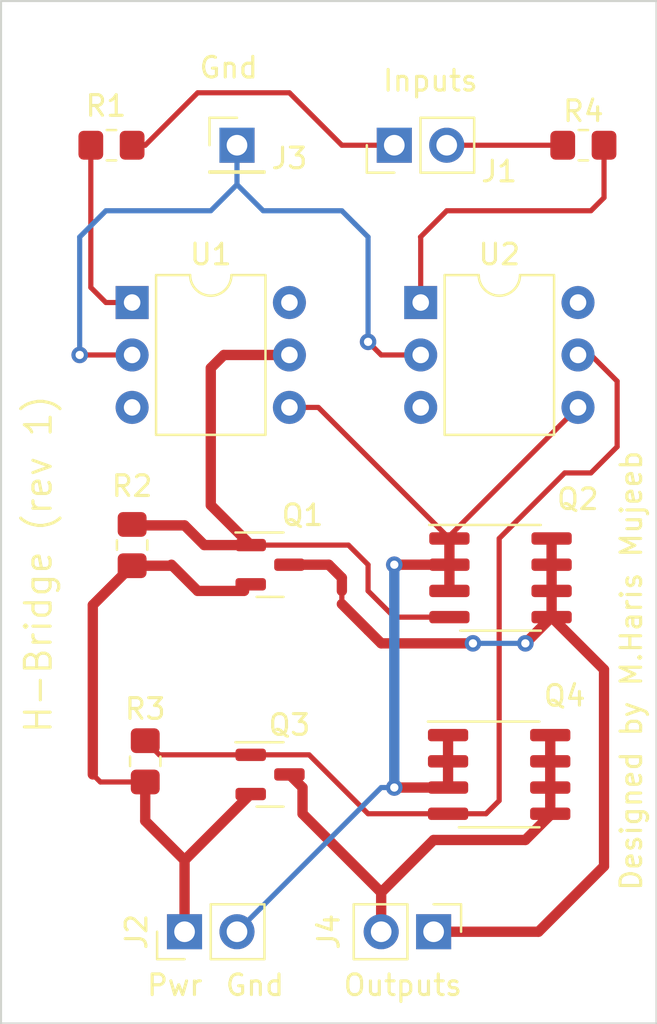
<source format=kicad_pcb>
(kicad_pcb (version 20221018) (generator pcbnew)
  (layers (0 "F.Cu" signal) (31 "B.Cu" signal) (34 "B.Paste" user) (35 "F.Paste" user) (36 "B.SilkS" user "B.Silkscreen") (37 "F.SilkS" user "F.Silkscreen") (38 "B.Mask" user) (39 "F.Mask" user) (44 "Edge.Cuts" user))
  (net 0 "")
  (net 1 "Net-(Q1-G)")
  (net 2 "Vm")
  (net 3 "MO1")
  (net 4 "Net-(Q3-G)")
  (net 5 "MO2")
  (net 6 "GNDm")
  (net 7 "Net-(R1-Pad2)")
  (net 8 "GND")
  (net 11 "Net-(R4-Pad2)")
  (net 14 "IN1")
  (net 15 "IN2")
  (footprint "Package_TO_SOT_SMD:SOT-23" (layer "F.Cu") (at 87.9625 78.74)
    (fp_text reference "Q1" (at 1.5725 -2.4) (layer "F.SilkS"))
    (fp_text value "AO3401A")
    (fp_line (start 0 -1.56) (end -1.675 -1.56) (stroke (width 0.12)) (layer "F.SilkS"))
    (fp_line (start 0 -1.56) (end 0.65 -1.56) (stroke (width 0.12)) (layer "F.SilkS"))
    (fp_line (start 0 1.56) (end -0.65 1.56) (stroke (width 0.12)) (layer "F.SilkS"))
    (fp_line (start 0 1.56) (end 0.65 1.56) (stroke (width 0.12)) (layer "F.SilkS"))
    (pad "1" smd roundrect (at -0.9375 -0.95) (size 1.475 0.6) (layers "F.Cu" "F.Paste" "F.Mask") (net 1 "Net-(Q1-G)"))
    (pad "2" smd roundrect (at -0.9375 0.95) (size 1.475 0.6) (layers "F.Cu" "F.Paste" "F.Mask") (net 2 "Vm"))
    (pad "3" smd roundrect (at 0.9375 0) (size 1.475 0.6) (layers "F.Cu" "F.Paste" "F.Mask") (net 3 "MO1"))
  )
  (footprint "Package_SO:SOIC-8_3.9x4.9mm_P1.27mm" (layer "F.Cu") (at 99.125 79.375)
    (fp_text reference "Q2" (at 3.745 -3.81) (layer "F.SilkS"))
    (fp_text value "FDS6630A")
    (fp_line (start 0 -2.56) (end -3.45 -2.56) (stroke (width 0.12)) (layer "F.SilkS"))
    (fp_line (start 0 -2.56) (end 1.95 -2.56) (stroke (width 0.12)) (layer "F.SilkS"))
    (fp_line (start 0 2.56) (end -1.95 2.56) (stroke (width 0.12)) (layer "F.SilkS"))
    (fp_line (start 0 2.56) (end 1.95 2.56) (stroke (width 0.12)) (layer "F.SilkS"))
    (pad "1" smd roundrect (at -2.475 -1.905) (size 1.95 0.6) (layers "F.Cu" "F.Paste" "F.Mask") (net 6 "GNDm"))
    (pad "2" smd roundrect (at -2.475 -0.635) (size 1.95 0.6) (layers "F.Cu" "F.Paste" "F.Mask") (net 6 "GNDm"))
    (pad "3" smd roundrect (at -2.475 0.635) (size 1.95 0.6) (layers "F.Cu" "F.Paste" "F.Mask") (net 6 "GNDm"))
    (pad "4" smd roundrect (at -2.475 1.905) (size 1.95 0.6) (layers "F.Cu" "F.Paste" "F.Mask") (net 1 "Net-(Q1-G)"))
    (pad "5" smd roundrect (at 2.475 1.905) (size 1.95 0.6) (layers "F.Cu" "F.Paste" "F.Mask") (net 3 "MO1"))
    (pad "6" smd roundrect (at 2.475 0.635) (size 1.95 0.6) (layers "F.Cu" "F.Paste" "F.Mask") (net 3 "MO1"))
    (pad "7" smd roundrect (at 2.475 -0.635) (size 1.95 0.6) (layers "F.Cu" "F.Paste" "F.Mask") (net 3 "MO1"))
    (pad "8" smd roundrect (at 2.475 -1.905) (size 1.95 0.6) (layers "F.Cu" "F.Paste" "F.Mask") (net 3 "MO1"))
  )
  (footprint "Connector_PinHeader_2.54mm:PinHeader_1x02_P2.54mm_Vertical" (layer "F.Cu") (at 83.82 96.52 90)
    (fp_text reference "J2" (at 0 -2.33 90) (layer "F.SilkS"))
    (fp_text value "Conn_01x02_Pin" hide)
    (fp_line (start -1.33 -1.33) (end 0 -1.33) (stroke (width 0.12)) (layer "F.SilkS"))
    (fp_line (start -1.33 0) (end -1.33 -1.33) (stroke (width 0.12)) (layer "F.SilkS"))
    (fp_line (start -1.33 1.27) (end -1.33 3.87) (stroke (width 0.12)) (layer "F.SilkS"))
    (fp_line (start -1.33 1.27) (end 1.33 1.27) (stroke (width 0.12)) (layer "F.SilkS"))
    (fp_line (start -1.33 3.87) (end 1.33 3.87) (stroke (width 0.12)) (layer "F.SilkS"))
    (fp_line (start 1.33 1.27) (end 1.33 3.87) (stroke (width 0.12)) (layer "F.SilkS"))
    (pad "1" thru_hole rect (at 0 0 90) (size 1.7 1.7) (drill 1) (layers "*.Cu" "*.Mask") (net 2 "Vm"))
    (pad "2" thru_hole oval (at 0 2.54 90) (size 1.7 1.7) (drill 1) (layers "*.Cu" "*.Mask") (net 6 "GNDm"))
  )
  (footprint "MountingHole:MountingHole_2mm" (layer "F.Cu") (at 104.14 53.975)
    (fp_text reference "REF**" hide)
    (fp_text value "MountingHole_2mm" hide)
    (pad "" np_thru_hole circle (at 0 0) (size 2 2) (drill 2) (layers "*.Cu" "*.Mask"))
  )
  (footprint "Package_DIP:DIP-6_W7.62mm" (layer "F.Cu") (at 81.28 66.04)
    (fp_text reference "U1" (at 3.81 -2.33) (layer "F.SilkS"))
    (fp_text value "4N25")
    (fp_line (start 1.16 -1.33) (end 1.16 6.41) (stroke (width 0.12)) (layer "F.SilkS"))
    (fp_line (start 1.16 6.41) (end 6.46 6.41) (stroke (width 0.12)) (layer "F.SilkS"))
    (fp_line (start 2.81 -1.33) (end 1.16 -1.33) (stroke (width 0.12)) (layer "F.SilkS"))
    (fp_line (start 6.46 -1.33) (end 4.81 -1.33) (stroke (width 0.12)) (layer "F.SilkS"))
    (fp_line (start 6.46 6.41) (end 6.46 -1.33) (stroke (width 0.12)) (layer "F.SilkS"))
    (fp_arc (start 4.81 -1.33) (mid 3.81 -0.33) (end 2.81 -1.33) (stroke (width 0.12)) (layer "F.SilkS"))
    (pad "1" thru_hole rect (at 0 0) (size 1.6 1.6) (drill 0.8) (layers "*.Cu" "*.Mask") (net 7 "Net-(R1-Pad2)"))
    (pad "2" thru_hole oval (at 0 2.54) (size 1.6 1.6) (drill 0.8) (layers "*.Cu" "*.Mask") (net 8 "GND"))
    (pad "3" thru_hole oval (at 0 5.08) (size 1.6 1.6) (drill 0.8) (layers "*.Cu" "*.Mask"))
    (pad "4" thru_hole oval (at 7.62 5.08) (size 1.6 1.6) (drill 0.8) (layers "*.Cu" "*.Mask") (net 6 "GNDm"))
    (pad "5" thru_hole oval (at 7.62 2.54) (size 1.6 1.6) (drill 0.8) (layers "*.Cu" "*.Mask") (net 1 "Net-(Q1-G)"))
    (pad "6" thru_hole oval (at 7.62 0) (size 1.6 1.6) (drill 0.8) (layers "*.Cu" "*.Mask"))
  )
  (footprint "Connector_PinHeader_2.54mm:PinHeader_1x01_P2.54mm_Vertical" (layer "F.Cu") (at 86.36 58.42)
    (fp_text reference "J3" (at 2.54 0.635 180) (layer "F.SilkS"))
    (fp_text value "Conn_01x01_Pin" hide)
    (fp_line (start -1.33 -1.33) (end 0 -1.33) (stroke (width 0.12)) (layer "F.SilkS"))
    (fp_line (start -1.33 0) (end -1.33 -1.33) (stroke (width 0.12)) (layer "F.SilkS"))
    (fp_line (start -1.33 1.27) (end -1.33 1.33) (stroke (width 0.12)) (layer "F.SilkS"))
    (fp_line (start -1.33 1.27) (end 1.33 1.27) (stroke (width 0.12)) (layer "F.SilkS"))
    (fp_line (start -1.33 1.33) (end 1.33 1.33) (stroke (width 0.12)) (layer "F.SilkS"))
    (fp_line (start 1.33 1.27) (end 1.33 1.33) (stroke (width 0.12)) (layer "F.SilkS"))
    (pad "1" thru_hole rect (at 0 0) (size 1.7 1.7) (drill 1) (layers "*.Cu" "*.Mask") (net 8 "GND"))
  )
  (footprint "Connector_PinHeader_2.54mm:PinHeader_1x02_P2.54mm_Vertical" (layer "F.Cu") (at 93.98 58.42 90)
    (fp_text reference "J1" (at -1.27 5.08 180) (layer "F.SilkS"))
    (fp_text value "Conn_01x02_Pin" hide)
    (fp_line (start -1.33 -1.33) (end 0 -1.33) (stroke (width 0.12)) (layer "F.SilkS"))
    (fp_line (start -1.33 0) (end -1.33 -1.33) (stroke (width 0.12)) (layer "F.SilkS"))
    (fp_line (start -1.33 1.27) (end -1.33 3.87) (stroke (width 0.12)) (layer "F.SilkS"))
    (fp_line (start -1.33 1.27) (end 1.33 1.27) (stroke (width 0.12)) (layer "F.SilkS"))
    (fp_line (start -1.33 3.87) (end 1.33 3.87) (stroke (width 0.12)) (layer "F.SilkS"))
    (fp_line (start 1.33 1.27) (end 1.33 3.87) (stroke (width 0.12)) (layer "F.SilkS"))
    (pad "1" thru_hole rect (at 0 0 90) (size 1.7 1.7) (drill 1) (layers "*.Cu" "*.Mask") (net 14 "IN1"))
    (pad "2" thru_hole oval (at 0 2.54 90) (size 1.7 1.7) (drill 1) (layers "*.Cu" "*.Mask") (net 15 "IN2"))
  )
  (footprint "MountingHole:MountingHole_2mm" (layer "F.Cu") (at 77.47 98.425)
    (fp_text reference "REF**" hide)
    (fp_text value "MountingHole_2mm" hide)
    (pad "" np_thru_hole circle (at 0 0) (size 2 2) (drill 2) (layers "*.Cu" "*.Mask"))
  )
  (footprint "Resistor_SMD:R_0805_2012Metric_Pad1.20x1.40mm_HandSolder" (layer "F.Cu") (at 81.28 77.79 90)
    (fp_text reference "R2" (at 2.86 0 180) (layer "F.SilkS"))
    (fp_text value "R")
    (fp_line (start -0.227064 -0.735) (end 0.227064 -0.735) (stroke (width 0.12)) (layer "F.SilkS"))
    (fp_line (start -0.227064 0.735) (end 0.227064 0.735) (stroke (width 0.12)) (layer "F.SilkS"))
    (pad "1" smd roundrect (at -1 0 90) (size 1.2 1.4) (layers "F.Cu" "F.Paste" "F.Mask") (roundrect_rratio 0.208333) (net 2 "Vm"))
    (pad "2" smd roundrect (at 1 0 90) (size 1.2 1.4) (layers "F.Cu" "F.Paste" "F.Mask") (roundrect_rratio 0.208333) (net 1 "Net-(Q1-G)"))
  )
  (footprint "Package_DIP:DIP-6_W7.62mm" (layer "F.Cu") (at 95.26 66.04)
    (fp_text reference "U2" (at 3.81 -2.33) (layer "F.SilkS"))
    (fp_text value "4N25")
    (fp_line (start 1.16 -1.33) (end 1.16 6.41) (stroke (width 0.12)) (layer "F.SilkS"))
    (fp_line (start 1.16 6.41) (end 6.46 6.41) (stroke (width 0.12)) (layer "F.SilkS"))
    (fp_line (start 2.81 -1.33) (end 1.16 -1.33) (stroke (width 0.12)) (layer "F.SilkS"))
    (fp_line (start 6.46 -1.33) (end 4.81 -1.33) (stroke (width 0.12)) (layer "F.SilkS"))
    (fp_line (start 6.46 6.41) (end 6.46 -1.33) (stroke (width 0.12)) (layer "F.SilkS"))
    (fp_arc (start 4.81 -1.33) (mid 3.81 -0.33) (end 2.81 -1.33) (stroke (width 0.12)) (layer "F.SilkS"))
    (pad "1" thru_hole rect (at 0 0) (size 1.6 1.6) (drill 0.8) (layers "*.Cu" "*.Mask") (net 11 "Net-(R4-Pad2)"))
    (pad "2" thru_hole oval (at 0 2.54) (size 1.6 1.6) (drill 0.8) (layers "*.Cu" "*.Mask") (net 8 "GND"))
    (pad "3" thru_hole oval (at 0 5.08) (size 1.6 1.6) (drill 0.8) (layers "*.Cu" "*.Mask"))
    (pad "4" thru_hole oval (at 7.62 5.08) (size 1.6 1.6) (drill 0.8) (layers "*.Cu" "*.Mask") (net 6 "GNDm"))
    (pad "5" thru_hole oval (at 7.62 2.54) (size 1.6 1.6) (drill 0.8) (layers "*.Cu" "*.Mask") (net 4 "Net-(Q3-G)"))
    (pad "6" thru_hole oval (at 7.62 0) (size 1.6 1.6) (drill 0.8) (layers "*.Cu" "*.Mask"))
  )
  (footprint "Package_TO_SOT_SMD:SOT-23" (layer "F.Cu") (at 87.9625 88.9)
    (fp_text reference "Q3" (at 0.9375 -2.4) (layer "F.SilkS"))
    (fp_text value "AO3401A")
    (fp_line (start 0 -1.56) (end -1.675 -1.56) (stroke (width 0.12)) (layer "F.SilkS"))
    (fp_line (start 0 -1.56) (end 0.65 -1.56) (stroke (width 0.12)) (layer "F.SilkS"))
    (fp_line (start 0 1.56) (end -0.65 1.56) (stroke (width 0.12)) (layer "F.SilkS"))
    (fp_line (start 0 1.56) (end 0.65 1.56) (stroke (width 0.12)) (layer "F.SilkS"))
    (pad "1" smd roundrect (at -0.9375 -0.95) (size 1.475 0.6) (layers "F.Cu" "F.Paste" "F.Mask") (net 4 "Net-(Q3-G)"))
    (pad "2" smd roundrect (at -0.9375 0.95) (size 1.475 0.6) (layers "F.Cu" "F.Paste" "F.Mask") (net 2 "Vm"))
    (pad "3" smd roundrect (at 0.9375 0) (size 1.475 0.6) (layers "F.Cu" "F.Paste" "F.Mask") (net 5 "MO2"))
  )
  (footprint "Resistor_SMD:R_0805_2012Metric_Pad1.20x1.40mm_HandSolder" (layer "F.Cu") (at 81.915 88.265 90)
    (fp_text reference "R3" (at 2.54 0 180) (layer "F.SilkS"))
    (fp_text value "R")
    (fp_line (start -0.227064 -0.735) (end 0.227064 -0.735) (stroke (width 0.12)) (layer "F.SilkS"))
    (fp_line (start -0.227064 0.735) (end 0.227064 0.735) (stroke (width 0.12)) (layer "F.SilkS"))
    (pad "1" smd roundrect (at -1 0 90) (size 1.2 1.4) (layers "F.Cu" "F.Paste" "F.Mask") (roundrect_rratio 0.208333) (net 2 "Vm"))
    (pad "2" smd roundrect (at 1 0 90) (size 1.2 1.4) (layers "F.Cu" "F.Paste" "F.Mask") (roundrect_rratio 0.208333) (net 4 "Net-(Q3-G)"))
  )
  (footprint "Connector_PinHeader_2.54mm:PinHeader_1x02_P2.54mm_Vertical" (layer "F.Cu") (at 95.885 96.52 -90)
    (fp_text reference "J4" (at 0 5.08 90) (layer "F.SilkS"))
    (fp_text value "Conn_01x02_Pin" hide)
    (fp_line (start -1.33 -1.33) (end 0 -1.33) (stroke (width 0.12)) (layer "F.SilkS"))
    (fp_line (start -1.33 0) (end -1.33 -1.33) (stroke (width 0.12)) (layer "F.SilkS"))
    (fp_line (start -1.33 1.27) (end -1.33 3.87) (stroke (width 0.12)) (layer "F.SilkS"))
    (fp_line (start -1.33 1.27) (end 1.33 1.27) (stroke (width 0.12)) (layer "F.SilkS"))
    (fp_line (start -1.33 3.87) (end 1.33 3.87) (stroke (width 0.12)) (layer "F.SilkS"))
    (fp_line (start 1.33 1.27) (end 1.33 3.87) (stroke (width 0.12)) (layer "F.SilkS"))
    (pad "1" thru_hole rect (at 0 0 270) (size 1.7 1.7) (drill 1) (layers "*.Cu" "*.Mask") (net 3 "MO1"))
    (pad "2" thru_hole oval (at 0 2.54 270) (size 1.7 1.7) (drill 1) (layers "*.Cu" "*.Mask") (net 5 "MO2"))
  )
  (footprint "MountingHole:MountingHole_2mm" (layer "F.Cu") (at 77.47 53.975)
    (fp_text reference "REF**" hide)
    (fp_text value "MountingHole_2mm" hide)
    (pad "" np_thru_hole circle (at 0 0) (size 2 2) (drill 2) (layers "*.Cu" "*.Mask"))
  )
  (footprint "Package_SO:SOIC-8_3.9x4.9mm_P1.27mm" (layer "F.Cu") (at 99.06 88.9)
    (fp_text reference "Q4" (at 3.175 -3.81) (layer "F.SilkS"))
    (fp_text value "FDS6630A")
    (fp_line (start 0 -2.56) (end -3.45 -2.56) (stroke (width 0.12)) (layer "F.SilkS"))
    (fp_line (start 0 -2.56) (end 1.95 -2.56) (stroke (width 0.12)) (layer "F.SilkS"))
    (fp_line (start 0 2.56) (end -1.95 2.56) (stroke (width 0.12)) (layer "F.SilkS"))
    (fp_line (start 0 2.56) (end 1.95 2.56) (stroke (width 0.12)) (layer "F.SilkS"))
    (pad "1" smd roundrect (at -2.475 -1.905) (size 1.95 0.6) (layers "F.Cu" "F.Paste" "F.Mask") (net 6 "GNDm"))
    (pad "2" smd roundrect (at -2.475 -0.635) (size 1.95 0.6) (layers "F.Cu" "F.Paste" "F.Mask") (net 6 "GNDm"))
    (pad "3" smd roundrect (at -2.475 0.635) (size 1.95 0.6) (layers "F.Cu" "F.Paste" "F.Mask") (net 6 "GNDm"))
    (pad "4" smd roundrect (at -2.475 1.905) (size 1.95 0.6) (layers "F.Cu" "F.Paste" "F.Mask") (net 4 "Net-(Q3-G)"))
    (pad "5" smd roundrect (at 2.475 1.905) (size 1.95 0.6) (layers "F.Cu" "F.Paste" "F.Mask") (net 5 "MO2"))
    (pad "6" smd roundrect (at 2.475 0.635) (size 1.95 0.6) (layers "F.Cu" "F.Paste" "F.Mask") (net 5 "MO2"))
    (pad "7" smd roundrect (at 2.475 -0.635) (size 1.95 0.6) (layers "F.Cu" "F.Paste" "F.Mask") (net 5 "MO2"))
    (pad "8" smd roundrect (at 2.475 -1.905) (size 1.95 0.6) (layers "F.Cu" "F.Paste" "F.Mask") (net 5 "MO2"))
  )
  (footprint "Resistor_SMD:R_0805_2012Metric_Pad1.20x1.40mm_HandSolder" (layer "F.Cu") (at 103.14 58.42)
    (fp_text reference "R4" (at 0 -1.65) (layer "F.SilkS"))
    (fp_text value "R")
    (fp_line (start -0.227064 -0.735) (end 0.227064 -0.735) (stroke (width 0.12)) (layer "F.SilkS"))
    (fp_line (start -0.227064 0.735) (end 0.227064 0.735) (stroke (width 0.12)) (layer "F.SilkS"))
    (pad "1" smd roundrect (at -1 0) (size 1.2 1.4) (layers "F.Cu" "F.Paste" "F.Mask") (roundrect_rratio 0.208333) (net 15 "IN2"))
    (pad "2" smd roundrect (at 1 0) (size 1.2 1.4) (layers "F.Cu" "F.Paste" "F.Mask") (roundrect_rratio 0.208333) (net 11 "Net-(R4-Pad2)"))
  )
  (footprint "MountingHole:MountingHole_2mm" (layer "F.Cu") (at 104.14 98.425)
    (fp_text reference "REF**" hide)
    (fp_text value "MountingHole_2mm" hide)
    (pad "" np_thru_hole circle (at 0 0) (size 2 2) (drill 2) (layers "*.Cu" "*.Mask"))
  )
  (footprint "Resistor_SMD:R_0805_2012Metric_Pad1.20x1.40mm_HandSolder" (layer "F.Cu") (at 80.28 58.42 180)
    (fp_text reference "R1" (at 0.27 1.905) (layer "F.SilkS"))
    (fp_text value "R")
    (fp_line (start -0.227064 -0.735) (end 0.227064 -0.735) (stroke (width 0.12)) (layer "F.SilkS"))
    (fp_line (start -0.227064 0.735) (end 0.227064 0.735) (stroke (width 0.12)) (layer "F.SilkS"))
    (pad "1" smd roundrect (at -1 0 180) (size 1.2 1.4) (layers "F.Cu" "F.Paste" "F.Mask") (roundrect_rratio 0.208333) (net 14 "IN1"))
    (pad "2" smd roundrect (at 1 0 180) (size 1.2 1.4) (layers "F.Cu" "F.Paste" "F.Mask") (roundrect_rratio 0.208333) (net 7 "Net-(R1-Pad2)"))
  )
  (gr_rect (start 74.93 51.435) (end 106.68 100.965) (stroke (width 0.1)) (fill none) (layer "Edge.Cuts"))
  (gr_text "Pwr" (at 81.915 99.695) (layer "F.SilkS") (effects (font (size 1 1)) (justify left bottom)))
  (gr_text "Gnd" (at 85.725 99.695) (layer "F.SilkS") (effects (font (size 1 1)) (justify left bottom)))
  (gr_text "Inputs" (at 93.345 55.88) (layer "F.SilkS") (effects (font (size 1 1)) (justify left bottom)))
  (gr_text "H-Bridge (rev 1)" (at 77.47 86.995 90) (layer "F.SilkS") (effects (font (size 1.25 1.25)) (justify left bottom)))
  (gr_text "Designed by M.Haris Mujeeb" (at 106.045 94.615 90) (layer "F.SilkS") (effects (font (size 1 1)) (justify left bottom)))
  (gr_text "Outputs" (at 91.44 99.695) (layer "F.SilkS") (effects (font (size 1 1)) (justify left bottom)))
  (gr_text "Gnd" (at 84.455 55.245) (layer "F.SilkS") (effects (font (size 1 1)) (justify left bottom)))
  (segment (start 85.09 69.215) (end 85.09 75.855) (width 0.5) (layer "F.Cu") (net 1))
  (segment (start 92.71 78.74) (end 92.71 80.01) (width 0.25) (layer "F.Cu") (net 1))
  (segment (start 81.325 76.835) (end 83.82 76.835) (width 0.5) (layer "F.Cu") (net 1))
  (segment (start 91.76 77.79) (end 92.71 78.74) (width 0.25) (layer "F.Cu") (net 1))
  (segment (start 84.775 77.79) (end 87.025 77.79) (width 0.5) (layer "F.Cu") (net 1))
  (segment (start 83.82 76.835) (end 84.775 77.79) (width 0.5) (layer "F.Cu") (net 1))
  (segment (start 88.9 68.58) (end 85.725 68.58) (width 0.5) (layer "F.Cu") (net 1))
  (segment (start 85.09 75.855) (end 87.025 77.79) (width 0.5) (layer "F.Cu") (net 1))
  (segment (start 85.725 68.58) (end 85.09 69.215) (width 0.5) (layer "F.Cu") (net 1))
  (segment (start 81.28 76.79) (end 81.325 76.835) (width 0.25) (layer "F.Cu") (net 1))
  (segment (start 87.025 77.79) (end 91.76 77.79) (width 0.25) (layer "F.Cu") (net 1))
  (segment (start 93.98 81.28) (end 96.65 81.28) (width 0.25) (layer "F.Cu") (net 1))
  (segment (start 92.71 80.01) (end 93.98 81.28) (width 0.25) (layer "F.Cu") (net 1))
  (segment (start 81.915 89.265) (end 79.74 89.265) (width 0.25) (layer "F.Cu") (net 2))
  (segment (start 86.705 80.01) (end 87.025 79.69) (width 0.25) (layer "F.Cu") (net 2))
  (segment (start 84.455 80.01) (end 86.705 80.01) (width 0.5) (layer "F.Cu") (net 2))
  (segment (start 81.915 91.15) (end 81.915 89.265) (width 0.5) (layer "F.Cu") (net 2))
  (segment (start 83.185 78.74) (end 84.455 80.01) (width 0.5) (layer "F.Cu") (net 2))
  (segment (start 79.74 89.265) (end 79.375 88.9) (width 0.25) (layer "F.Cu") (net 2))
  (segment (start 83.82 93.055) (end 81.915 91.15) (width 0.5) (layer "F.Cu") (net 2))
  (segment (start 83.82 96.52) (end 83.82 93.055) (width 0.5) (layer "F.Cu") (net 2))
  (segment (start 79.375 88.9) (end 79.375 80.695) (width 0.5) (layer "F.Cu") (net 2))
  (segment (start 83.135 78.79) (end 83.185 78.74) (width 0.25) (layer "F.Cu") (net 2))
  (segment (start 81.28 78.79) (end 83.135 78.79) (width 0.5) (layer "F.Cu") (net 2))
  (segment (start 83.82 93.055) (end 87.025 89.85) (width 0.5) (layer "F.Cu") (net 2))
  (segment (start 79.375 80.695) (end 81.28 78.79) (width 0.5) (layer "F.Cu") (net 2))
  (segment (start 91.44 79.375) (end 91.44 80.01) (width 0.5) (layer "F.Cu") (net 3))
  (segment (start 90.805 78.74) (end 91.44 79.375) (width 0.5) (layer "F.Cu") (net 3))
  (segment (start 95.885 96.52) (end 100.965 96.52) (width 0.5) (layer "F.Cu") (net 3))
  (segment (start 92.71 81.915) (end 93.345 82.55) (width 0.5) (layer "F.Cu") (net 3))
  (segment (start 104.14 93.345) (end 104.14 83.82) (width 0.5) (layer "F.Cu") (net 3))
  (segment (start 101.6 81.28) (end 101.6 77.47) (width 0.5) (layer "F.Cu") (net 3))
  (segment (start 100.965 96.52) (end 104.14 93.345) (width 0.5) (layer "F.Cu") (net 3))
  (segment (start 91.44 80.645) (end 92.71 81.915) (width 0.5) (layer "F.Cu") (net 3))
  (segment (start 88.9 78.74) (end 90.805 78.74) (width 0.5) (layer "F.Cu") (net 3))
  (segment (start 104.14 83.82) (end 101.6 81.28) (width 0.5) (layer "F.Cu") (net 3))
  (segment (start 93.345 82.55) (end 97.79 82.55) (width 0.5) (layer "F.Cu") (net 3))
  (segment (start 91.44 80.01) (end 91.44 80.645) (width 0.25) (layer "F.Cu") (net 3))
  (segment (start 100.33 82.55) (end 101.6 81.28) (width 0.5) (layer "F.Cu") (net 3))
  (via (at 97.79 82.55) (size 0.8) (drill 0.4) (layers "F.Cu" "B.Cu") (net 3))
  (via (at 100.33 82.55) (size 0.8) (drill 0.4) (layers "F.Cu" "B.Cu") (net 3))
  (segment (start 97.79 82.55) (end 100.33 82.55) (width 0.25) (layer "B.Cu") (net 3))
  (segment (start 96.585 90.805) (end 98.425 90.805) (width 0.25) (layer "F.Cu") (net 4))
  (segment (start 102.235 74.295) (end 103.505 74.295) (width 0.25) (layer "F.Cu") (net 4))
  (segment (start 81.915 87.265) (end 82.6 87.95) (width 0.25) (layer "F.Cu") (net 4))
  (segment (start 104.775 69.85) (end 103.505 68.58) (width 0.25) (layer "F.Cu") (net 4))
  (segment (start 92.71 90.805) (end 96.585 90.805) (width 0.25) (layer "F.Cu") (net 4))
  (segment (start 99.06 77.47) (end 102.235 74.295) (width 0.25) (layer "F.Cu") (net 4))
  (segment (start 89.855 87.95) (end 92.71 90.805) (width 0.25) (layer "F.Cu") (net 4))
  (segment (start 103.505 68.58) (end 102.88 68.58) (width 0.25) (layer "F.Cu") (net 4))
  (segment (start 82.6 87.95) (end 87.025 87.95) (width 0.25) (layer "F.Cu") (net 4))
  (segment (start 98.425 90.805) (end 99.06 90.17) (width 0.25) (layer "F.Cu") (net 4))
  (segment (start 87.025 87.95) (end 89.855 87.95) (width 0.25) (layer "F.Cu") (net 4))
  (segment (start 103.505 74.295) (end 104.775 73.025) (width 0.25) (layer "F.Cu") (net 4))
  (segment (start 104.775 73.025) (end 104.775 69.85) (width 0.25) (layer "F.Cu") (net 4))
  (segment (start 99.06 90.17) (end 99.06 77.47) (width 0.25) (layer "F.Cu") (net 4))
  (segment (start 101.535 90.805) (end 101.535 86.995) (width 0.5) (layer "F.Cu") (net 5))
  (segment (start 100.33 92.075) (end 101.535 90.87) (width 0.5) (layer "F.Cu") (net 5))
  (segment (start 93.345 94.615) (end 89.535 90.805) (width 0.5) (layer "F.Cu") (net 5))
  (segment (start 95.885 92.075) (end 100.33 92.075) (width 0.5) (layer "F.Cu") (net 5))
  (segment (start 93.345 94.615) (end 95.885 92.075) (width 0.5) (layer "F.Cu") (net 5))
  (segment (start 89.535 89.535) (end 88.9 88.9) (width 0.5) (layer "F.Cu") (net 5))
  (segment (start 89.535 90.805) (end 89.535 89.535) (width 0.5) (layer "F.Cu") (net 5))
  (segment (start 93.345 96.52) (end 93.345 94.615) (width 0.5) (layer "F.Cu") (net 5))
  (segment (start 101.535 90.87) (end 101.535 90.805) (width 0.25) (layer "F.Cu") (net 5))
  (segment (start 96.585 89.535) (end 93.98 89.535) (width 0.5) (layer "F.Cu") (net 6))
  (segment (start 96.65 77.35) (end 96.65 77.47) (width 0.25) (layer "F.Cu") (net 6))
  (segment (start 96.65 77.47) (end 90.3 71.12) (width 0.25) (layer "F.Cu") (net 6))
  (segment (start 102.88 71.12) (end 96.65 77.35) (width 0.25) (layer "F.Cu") (net 6))
  (segment (start 96.585 86.995) (end 96.585 89.535) (width 0.5) (layer "F.Cu") (net 6))
  (segment (start 93.98 78.74) (end 96.65 78.74) (width 0.5) (layer "F.Cu") (net 6))
  (segment (start 90.3 71.12) (end 88.9 71.12) (width 0.25) (layer "F.Cu") (net 6))
  (segment (start 96.65 77.47) (end 96.65 80.01) (width 0.5) (layer "F.Cu") (net 6))
  (via (at 93.98 89.535) (size 0.8) (drill 0.4) (layers "F.Cu" "B.Cu") (net 6))
  (via (at 93.98 78.74) (size 0.8) (drill 0.4) (layers "F.Cu" "B.Cu") (net 6))
  (segment (start 93.98 89.535) (end 93.98 78.74) (width 0.5) (layer "B.Cu") (net 6))
  (segment (start 86.36 96.52) (end 93.345 89.535) (width 0.25) (layer "B.Cu") (net 6))
  (segment (start 93.345 89.535) (end 93.98 89.535) (width 0.25) (layer "B.Cu") (net 6))
  (segment (start 79.28 65.31) (end 80.01 66.04) (width 0.25) (layer "F.Cu") (net 7))
  (segment (start 80.01 66.04) (end 81.28 66.04) (width 0.25) (layer "F.Cu") (net 7))
  (segment (start 79.28 58.42) (end 79.28 65.31) (width 0.25) (layer "F.Cu") (net 7))
  (segment (start 93.345 68.58) (end 92.71 67.945) (width 0.25) (layer "F.Cu") (net 8))
  (segment (start 81.28 68.58) (end 78.74 68.58) (width 0.25) (layer "F.Cu") (net 8))
  (segment (start 95.26 68.58) (end 93.345 68.58) (width 0.25) (layer "F.Cu") (net 8))
  (via (at 92.71 67.945) (size 0.8) (drill 0.4) (layers "F.Cu" "B.Cu") (net 8))
  (via (at 78.74 68.58) (size 0.8) (drill 0.4) (layers "F.Cu" "B.Cu") (net 8))
  (segment (start 86.36 60.325) (end 85.09 61.595) (width 0.25) (layer "B.Cu") (net 8))
  (segment (start 85.09 61.595) (end 80.01 61.595) (width 0.25) (layer "B.Cu") (net 8))
  (segment (start 80.01 61.595) (end 78.74 62.865) (width 0.25) (layer "B.Cu") (net 8))
  (segment (start 92.71 62.865) (end 92.71 67.945) (width 0.25) (layer "B.Cu") (net 8))
  (segment (start 86.36 58.42) (end 86.36 60.325) (width 0.25) (layer "B.Cu") (net 8))
  (segment (start 78.74 62.865) (end 78.74 68.58) (width 0.25) (layer "B.Cu") (net 8))
  (segment (start 91.44 61.595) (end 92.075 62.23) (width 0.25) (layer "B.Cu") (net 8))
  (segment (start 87.63 61.595) (end 91.44 61.595) (width 0.25) (layer "B.Cu") (net 8))
  (segment (start 92.075 62.23) (end 92.71 62.865) (width 0.25) (layer "B.Cu") (net 8))
  (segment (start 86.36 60.325) (end 87.63 61.595) (width 0.25) (layer "B.Cu") (net 8))
  (segment (start 103.505 61.595) (end 96.52 61.595) (width 0.25) (layer "F.Cu") (net 11))
  (segment (start 95.25 62.865) (end 95.26 62.875) (width 0.25) (layer "F.Cu") (net 11))
  (segment (start 104.14 58.42) (end 104.14 60.96) (width 0.25) (layer "F.Cu") (net 11))
  (segment (start 104.14 60.96) (end 103.505 61.595) (width 0.25) (layer "F.Cu") (net 11))
  (segment (start 96.52 61.595) (end 95.25 62.865) (width 0.25) (layer "F.Cu") (net 11))
  (segment (start 95.26 62.875) (end 95.26 66.04) (width 0.25) (layer "F.Cu") (net 11))
  (segment (start 81.915 58.42) (end 84.455 55.88) (width 0.25) (layer "F.Cu") (net 14))
  (segment (start 81.28 58.42) (end 81.915 58.42) (width 0.25) (layer "F.Cu") (net 14))
  (segment (start 91.44 58.42) (end 93.98 58.42) (width 0.25) (layer "F.Cu") (net 14))
  (segment (start 88.9 55.88) (end 91.44 58.42) (width 0.25) (layer "F.Cu") (net 14))
  (segment (start 84.455 55.88) (end 88.9 55.88) (width 0.25) (layer "F.Cu") (net 14))
  (segment (start 96.52 58.42) (end 102.14 58.42) (width 0.25) (layer "F.Cu") (net 15))
)
</source>
